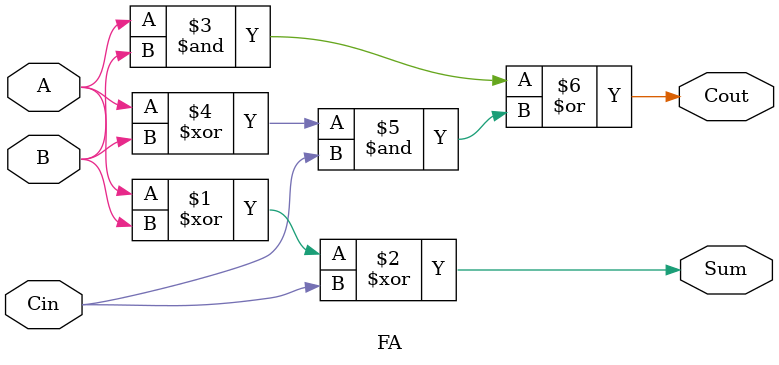
<source format=v>
`timescale 1ns / 1ps

module FA(
    A,
    B,
    Cin,
    Sum,
    Cout
    );
    
    input A;
    input B;
    input Cin;
    output Sum;
    output Cout;
    
    assign Sum = A ^ B ^ Cin;
    assign Cout = (A & B) | ((A ^ B) & Cin);
    
endmodule

</source>
